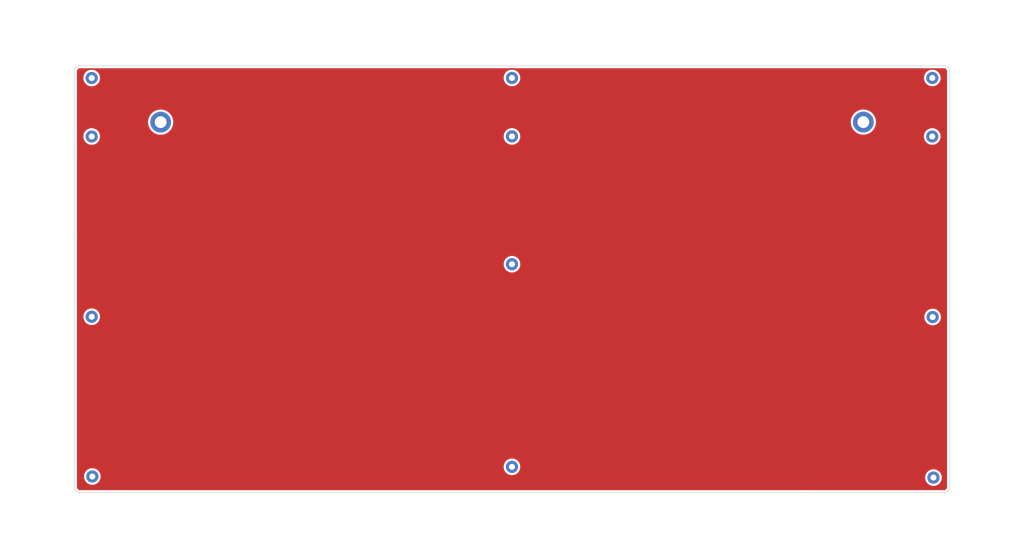
<source format=kicad_pcb>
(kicad_pcb (version 20211014) (generator pcbnew)
  (layers (0 "F.Cu" signal) (31 "B.Cu" signal) (34 "B.Paste" user) (35 "F.Paste" user) (36 "B.SilkS" user "B.Silkscreen") (37 "F.SilkS" user "F.Silkscreen") (38 "B.Mask" user) (39 "F.Mask" user) (44 "Edge.Cuts" user))
  (net 0 "")
  (footprint "cftkb:MountingHole_2.2mm_M2_Pad" (layer "F.Cu") (at 140.389914 94.5985)
    (fp_text reference "REF**")
    (fp_text value "MountingHole_2.2mm_M2_Pad")
    (pad "1" thru_hole circle locked (at 0 0) (size 4.4 4.4) (drill 2.2) (layers *.Cu *.Mask))
  )
  (footprint "cftkb:MountingHole_2.2mm_M2_Pad" (layer "F.Cu") (at 140.3839 48.2735)
    (fp_text reference "REF**")
    (fp_text value "MountingHole_2.2mm_M2_Pad")
    (pad "1" thru_hole circle locked (at 0 0) (size 4.4 4.4) (drill 2.2) (layers *.Cu *.Mask))
  )
  (footprint "cftkb:MountingHole_2.2mm_M2_Pad" (layer "F.Cu") (at -11.9911 113.6485)
    (fp_text reference "REF**")
    (fp_text value "MountingHole_2.2mm_M2_Pad")
    (pad "1" thru_hole circle locked (at 0 0) (size 4.4 4.4) (drill 2.2) (layers *.Cu *.Mask))
  )
  (footprint "cftkb:MountingHole_2.2mm_M2_Pad" (layer "F.Cu") (at 292.9089 113.7485)
    (fp_text reference "REF**")
    (fp_text value "MountingHole_2.2mm_M2_Pad")
    (pad "1" thru_hole circle locked (at 0 0) (size 4.4 4.4) (drill 2.2) (layers *.Cu *.Mask))
  )
  (footprint "cftkb:MountingHole_2.2mm_M2_Pad" (layer "F.Cu") (at -11.7661 171.5735)
    (fp_text reference "REF**")
    (fp_text value "MountingHole_2.2mm_M2_Pad")
    (pad "1" thru_hole circle locked (at 0 0) (size 4.4 4.4) (drill 2.2) (layers *.Cu *.Mask))
  )
  (footprint "cftkb:MountingHole_2.2mm_M2_Pad" (layer "F.Cu") (at 140.3839 27.0735)
    (fp_text reference "REF**")
    (fp_text value "MountingHole_2.2mm_M2_Pad")
    (pad "1" thru_hole circle locked (at 0 0) (size 4.4 4.4) (drill 2.2) (layers *.Cu *.Mask))
  )
  (footprint "cftkb:MountingHole_2.2mm_M2_Pad" (layer "F.Cu") (at 293.2089 171.9735)
    (fp_text reference "REF**")
    (fp_text value "MountingHole_2.2mm_M2_Pad")
    (pad "1" thru_hole circle locked (at 0 0) (size 4.4 4.4) (drill 2.2) (layers *.Cu *.Mask))
  )
  (footprint "cftkb:MountingHole_2.2mm_M2_Pad" (layer "F.Cu") (at 140.3839 168.0735)
    (fp_text reference "REF**")
    (fp_text value "MountingHole_2.2mm_M2_Pad")
    (pad "1" thru_hole circle locked (at 0 0) (size 4.4 4.4) (drill 2.2) (layers *.Cu *.Mask))
  )
  (footprint "cftkb:MountingHole_2.2mm_M2_Pad" (layer "F.Cu") (at -11.9911 48.2985)
    (fp_text reference "REF**")
    (fp_text value "MountingHole_2.2mm_M2_Pad")
    (pad "1" thru_hole circle locked (at 0 0) (size 4.4 4.4) (drill 2.2) (layers *.Cu *.Mask))
  )
  (footprint "cftkb:MountingHole_2.2mm_M2_Pad" (layer "F.Cu") (at 292.7839 27.0735)
    (fp_text reference "REF**")
    (fp_text value "MountingHole_2.2mm_M2_Pad")
    (pad "1" thru_hole circle locked (at 0 0) (size 4.4 4.4) (drill 2.2) (layers *.Cu *.Mask))
  )
  (footprint "cftkb:MountingHole_2.2mm_M2_Pad" (layer "F.Cu") (at 292.7589 48.2985)
    (fp_text reference "REF**")
    (fp_text value "MountingHole_2.2mm_M2_Pad")
    (pad "1" thru_hole circle locked (at 0 0) (size 4.4 4.4) (drill 2.2) (layers *.Cu *.Mask))
  )
  (footprint "cftkb:MountingHole_2.2mm_M2_Pad" (layer "F.Cu") (at -11.9911 27.0985)
    (fp_text reference "REF**")
    (fp_text value "MountingHole_2.2mm_M2_Pad")
    (pad "1" thru_hole circle locked (at 0 0) (size 4.4 4.4) (drill 2.2) (layers *.Cu *.Mask))
  )
  (footprint "MountingHole:MountingHole_4.3mm_M4_DIN965_Pad" (layer "F.Cu") (at 13.0089 43.0985)
    (fp_text reference "REF**" hide)
    (fp_text value "MountingHole_4.3mm_M4_DIN965_Pad")
    (pad "1" thru_hole circle locked (at 0 0) (size 7.5 7.5) (drill 4.3) (layers *.Cu *.Mask))
  )
  (footprint "MountingHole:MountingHole_4.3mm_M4_DIN965_Pad" (layer "F.Cu") (at 267.7839 43.0735)
    (fp_text reference "REF**" hide)
    (fp_text value "MountingHole_4.3mm_M4_DIN965_Pad")
    (pad "1" thru_hole circle locked (at 0 0) (size 7.5 7.5) (drill 4.3) (layers *.Cu *.Mask))
  )
  (gr_line (start -16.246482 177.42027) (end 245.165868 177.42027) (layer "Edge.Cuts") (width 0.2))
  (gr_line (start -18.246482 85.4576) (end -18.246482 175.42027) (layer "Edge.Cuts") (width 0.2))
  (gr_line (start -18.246482 54.6453) (end -18.246482 52.6453) (layer "Edge.Cuts") (width 0.2))
  (gr_line (start 299.028868 175.42027) (end 299.028868 24.6453) (layer "Edge.Cuts") (width 0.2))
  (gr_arc (start -16.246482 177.42027) (mid -17.660696 176.834484) (end -18.246482 175.42027) (layer "Edge.Cuts") (width 0.2))
  (gr_line (start -16.246482 22.6453) (end 75.8389 22.6453) (layer "Edge.Cuts") (width 0.2))
  (gr_arc (start -18.246482 24.6453) (mid -17.660696 23.231086) (end -16.246482 22.6453) (layer "Edge.Cuts") (width 0.2))
  (gr_arc (start 297.028868 22.6453) (mid 298.443082 23.231086) (end 299.028868 24.6453) (layer "Edge.Cuts") (width 0.2))
  (gr_line (start -18.246482 54.6453) (end -18.246482 85.4576) (layer "Edge.Cuts") (width 0.2))
  (gr_arc (start 299.028868 175.42027) (mid 298.443082 176.834484) (end 297.028868 177.42027) (layer "Edge.Cuts") (width 0.2))
  (gr_line (start 245.165868 177.42027) (end 297.028868 177.42027) (layer "Edge.Cuts") (width 0.2))
  (gr_line (start 75.8389 22.6453) (end 297.028868 22.6453) (layer "Edge.Cuts") (width 0.2))
  (gr_line (start -18.246482 52.6453) (end -18.246482 24.6453) (layer "Edge.Cuts") (width 0.2))
  (zone (net 0) (net_name "") (layer "F.Cu") (connect_pads (clearance 0.8)) (min_thickness 0.254) (fill yes (thermal_gap 0.508) (thermal_bridge_width 0.508))
    (polygon (pts (xy 308.6089 13.1485) (xy 323.2489 198.5285) (xy -35.4111 196.2385) (xy -39.8611 16.0385) (xy -34.0811 16.2085)))
  )
)
</source>
